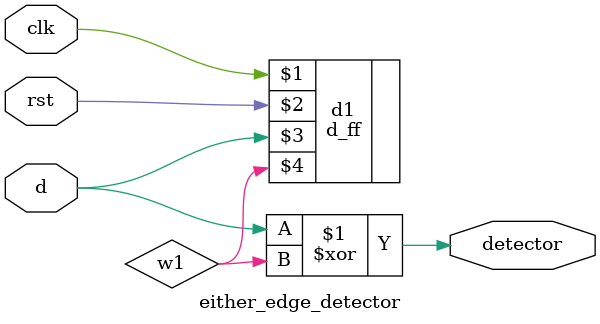
<source format=v>
`timescale 1ns / 1ps


module either_edge_detector(input clk,d,rst,
                              output detector);
         wire w1;
         d_ff d1(clk,rst,d,w1);
          xor x1(detector,d,w1);                    
endmodule

</source>
